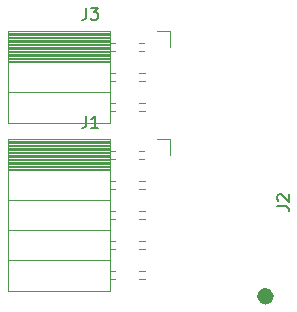
<source format=gbr>
%TF.GenerationSoftware,KiCad,Pcbnew,5.1.7-a382d34a8~88~ubuntu20.04.1*%
%TF.CreationDate,2021-01-30T07:14:25-08:00*%
%TF.ProjectId,nrf52dk-trace-pmod,6e726635-3264-46b2-9d74-726163652d70,rev?*%
%TF.SameCoordinates,Original*%
%TF.FileFunction,Legend,Top*%
%TF.FilePolarity,Positive*%
%FSLAX46Y46*%
G04 Gerber Fmt 4.6, Leading zero omitted, Abs format (unit mm)*
G04 Created by KiCad (PCBNEW 5.1.7-a382d34a8~88~ubuntu20.04.1) date 2021-01-30 07:14:25*
%MOMM*%
%LPD*%
G01*
G04 APERTURE LIST*
%ADD10C,0.120000*%
%ADD11C,1.000000*%
%ADD12C,0.150000*%
G04 APERTURE END LIST*
D10*
%TO.C,J3*%
X122000000Y-82526000D02*
X123110000Y-82526000D01*
X123110000Y-82526000D02*
X123110000Y-83856000D01*
X109370000Y-82526000D02*
X109370000Y-90266000D01*
X109370000Y-90266000D02*
X118000000Y-90266000D01*
X118000000Y-82526000D02*
X118000000Y-90266000D01*
X109370000Y-82526000D02*
X118000000Y-82526000D01*
X109370000Y-87666000D02*
X118000000Y-87666000D01*
X109370000Y-85126000D02*
X118000000Y-85126000D01*
X120510000Y-89296000D02*
X120950000Y-89296000D01*
X118000000Y-89296000D02*
X118410000Y-89296000D01*
X120510000Y-88576000D02*
X120950000Y-88576000D01*
X118000000Y-88576000D02*
X118410000Y-88576000D01*
X120510000Y-86756000D02*
X120950000Y-86756000D01*
X118000000Y-86756000D02*
X118410000Y-86756000D01*
X120510000Y-86036000D02*
X120950000Y-86036000D01*
X118000000Y-86036000D02*
X118410000Y-86036000D01*
X120510000Y-84216000D02*
X120890000Y-84216000D01*
X118000000Y-84216000D02*
X118410000Y-84216000D01*
X120510000Y-83496000D02*
X120890000Y-83496000D01*
X118000000Y-83496000D02*
X118410000Y-83496000D01*
X109370000Y-85007900D02*
X118000000Y-85007900D01*
X109370000Y-84889805D02*
X118000000Y-84889805D01*
X109370000Y-84771710D02*
X118000000Y-84771710D01*
X109370000Y-84653615D02*
X118000000Y-84653615D01*
X109370000Y-84535520D02*
X118000000Y-84535520D01*
X109370000Y-84417425D02*
X118000000Y-84417425D01*
X109370000Y-84299330D02*
X118000000Y-84299330D01*
X109370000Y-84181235D02*
X118000000Y-84181235D01*
X109370000Y-84063140D02*
X118000000Y-84063140D01*
X109370000Y-83945045D02*
X118000000Y-83945045D01*
X109370000Y-83826950D02*
X118000000Y-83826950D01*
X109370000Y-83708855D02*
X118000000Y-83708855D01*
X109370000Y-83590760D02*
X118000000Y-83590760D01*
X109370000Y-83472665D02*
X118000000Y-83472665D01*
X109370000Y-83354570D02*
X118000000Y-83354570D01*
X109370000Y-83236475D02*
X118000000Y-83236475D01*
X109370000Y-83118380D02*
X118000000Y-83118380D01*
X109370000Y-83000285D02*
X118000000Y-83000285D01*
X109370000Y-82882190D02*
X118000000Y-82882190D01*
X109370000Y-82764095D02*
X118000000Y-82764095D01*
X109370000Y-82646000D02*
X118000000Y-82646000D01*
D11*
%TO.C,J2*%
X131380000Y-104970000D02*
G75*
G03*
X131380000Y-104970000I-200000J0D01*
G01*
D10*
%TO.C,J1*%
X122000000Y-91670000D02*
X123110000Y-91670000D01*
X123110000Y-91670000D02*
X123110000Y-93000000D01*
X109370000Y-91670000D02*
X109370000Y-104490000D01*
X109370000Y-104490000D02*
X118000000Y-104490000D01*
X118000000Y-91670000D02*
X118000000Y-104490000D01*
X109370000Y-91670000D02*
X118000000Y-91670000D01*
X109370000Y-101890000D02*
X118000000Y-101890000D01*
X109370000Y-99350000D02*
X118000000Y-99350000D01*
X109370000Y-96810000D02*
X118000000Y-96810000D01*
X109370000Y-94270000D02*
X118000000Y-94270000D01*
X120510000Y-103520000D02*
X120950000Y-103520000D01*
X118000000Y-103520000D02*
X118410000Y-103520000D01*
X120510000Y-102800000D02*
X120950000Y-102800000D01*
X118000000Y-102800000D02*
X118410000Y-102800000D01*
X120510000Y-100980000D02*
X120950000Y-100980000D01*
X118000000Y-100980000D02*
X118410000Y-100980000D01*
X120510000Y-100260000D02*
X120950000Y-100260000D01*
X118000000Y-100260000D02*
X118410000Y-100260000D01*
X120510000Y-98440000D02*
X120950000Y-98440000D01*
X118000000Y-98440000D02*
X118410000Y-98440000D01*
X120510000Y-97720000D02*
X120950000Y-97720000D01*
X118000000Y-97720000D02*
X118410000Y-97720000D01*
X120510000Y-95900000D02*
X120950000Y-95900000D01*
X118000000Y-95900000D02*
X118410000Y-95900000D01*
X120510000Y-95180000D02*
X120950000Y-95180000D01*
X118000000Y-95180000D02*
X118410000Y-95180000D01*
X120510000Y-93360000D02*
X120890000Y-93360000D01*
X118000000Y-93360000D02*
X118410000Y-93360000D01*
X120510000Y-92640000D02*
X120890000Y-92640000D01*
X118000000Y-92640000D02*
X118410000Y-92640000D01*
X109370000Y-94151900D02*
X118000000Y-94151900D01*
X109370000Y-94033805D02*
X118000000Y-94033805D01*
X109370000Y-93915710D02*
X118000000Y-93915710D01*
X109370000Y-93797615D02*
X118000000Y-93797615D01*
X109370000Y-93679520D02*
X118000000Y-93679520D01*
X109370000Y-93561425D02*
X118000000Y-93561425D01*
X109370000Y-93443330D02*
X118000000Y-93443330D01*
X109370000Y-93325235D02*
X118000000Y-93325235D01*
X109370000Y-93207140D02*
X118000000Y-93207140D01*
X109370000Y-93089045D02*
X118000000Y-93089045D01*
X109370000Y-92970950D02*
X118000000Y-92970950D01*
X109370000Y-92852855D02*
X118000000Y-92852855D01*
X109370000Y-92734760D02*
X118000000Y-92734760D01*
X109370000Y-92616665D02*
X118000000Y-92616665D01*
X109370000Y-92498570D02*
X118000000Y-92498570D01*
X109370000Y-92380475D02*
X118000000Y-92380475D01*
X109370000Y-92262380D02*
X118000000Y-92262380D01*
X109370000Y-92144285D02*
X118000000Y-92144285D01*
X109370000Y-92026190D02*
X118000000Y-92026190D01*
X109370000Y-91908095D02*
X118000000Y-91908095D01*
X109370000Y-91790000D02*
X118000000Y-91790000D01*
%TO.C,J3*%
D12*
X116016666Y-80538380D02*
X116016666Y-81252666D01*
X115969047Y-81395523D01*
X115873809Y-81490761D01*
X115730952Y-81538380D01*
X115635714Y-81538380D01*
X116397619Y-80538380D02*
X117016666Y-80538380D01*
X116683333Y-80919333D01*
X116826190Y-80919333D01*
X116921428Y-80966952D01*
X116969047Y-81014571D01*
X117016666Y-81109809D01*
X117016666Y-81347904D01*
X116969047Y-81443142D01*
X116921428Y-81490761D01*
X116826190Y-81538380D01*
X116540476Y-81538380D01*
X116445238Y-81490761D01*
X116397619Y-81443142D01*
%TO.C,J2*%
X132182380Y-97333333D02*
X132896666Y-97333333D01*
X133039523Y-97380952D01*
X133134761Y-97476190D01*
X133182380Y-97619047D01*
X133182380Y-97714285D01*
X132277619Y-96904761D02*
X132230000Y-96857142D01*
X132182380Y-96761904D01*
X132182380Y-96523809D01*
X132230000Y-96428571D01*
X132277619Y-96380952D01*
X132372857Y-96333333D01*
X132468095Y-96333333D01*
X132610952Y-96380952D01*
X133182380Y-96952380D01*
X133182380Y-96333333D01*
%TO.C,J1*%
X116016666Y-89682380D02*
X116016666Y-90396666D01*
X115969047Y-90539523D01*
X115873809Y-90634761D01*
X115730952Y-90682380D01*
X115635714Y-90682380D01*
X117016666Y-90682380D02*
X116445238Y-90682380D01*
X116730952Y-90682380D02*
X116730952Y-89682380D01*
X116635714Y-89825238D01*
X116540476Y-89920476D01*
X116445238Y-89968095D01*
%TD*%
M02*

</source>
